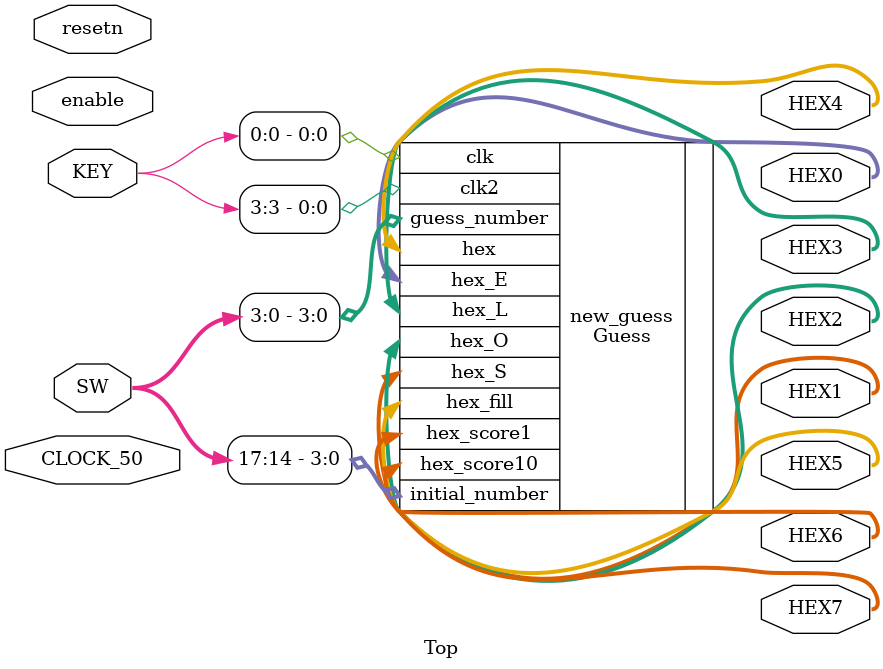
<source format=v>
`timescale 1ns / 1ns // `timescale time_unit/time_precision
module Top(
	input CLOCK_50, enable, resetn, // Input Ports
	input [17:0] SW, // Selection
	input [3:0] KEY,

	output [7:0] HEX0, HEX1, HEX2, HEX3, HEX4, HEX5, HEX6, HEX7
	);

	//------------------------------------------
	
	Guess new_guess
	(
	.clk(KEY[0]),
	.clk2(KEY[3]),
	.guess_number(SW[3:0]),
	.initial_number(SW[17:14]),
	.hex(HEX4),
	.hex_L(HEX3),
	.hex_O(HEX2),
	.hex_S(HEX1),
	.hex_E(HEX0),
	.hex_fill(HEX5),
	.hex_score1(HEX6),
	.hex_score10(HEX7)
	);

endmodule

	
</source>
